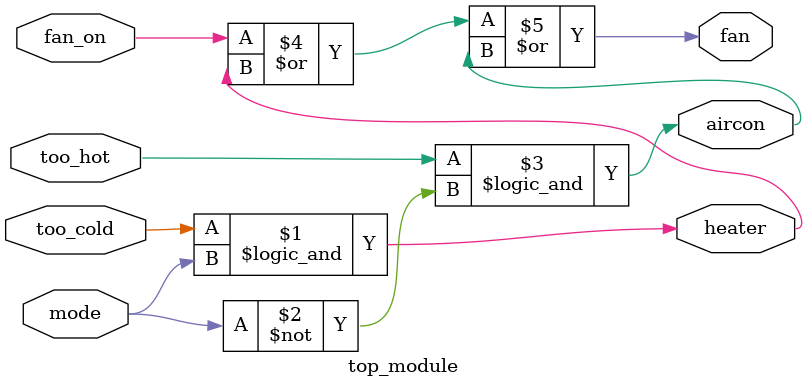
<source format=v>
module top_module (
    input too_cold,
    input too_hot,
    input mode,
    input fan_on,
    output heater,
    output aircon,
    output fan
); 
    assign heater = too_cold && mode;
    assign aircon = too_hot && ~mode;
    assign fan = fan_on | heater | aircon ;

endmodule
</source>
